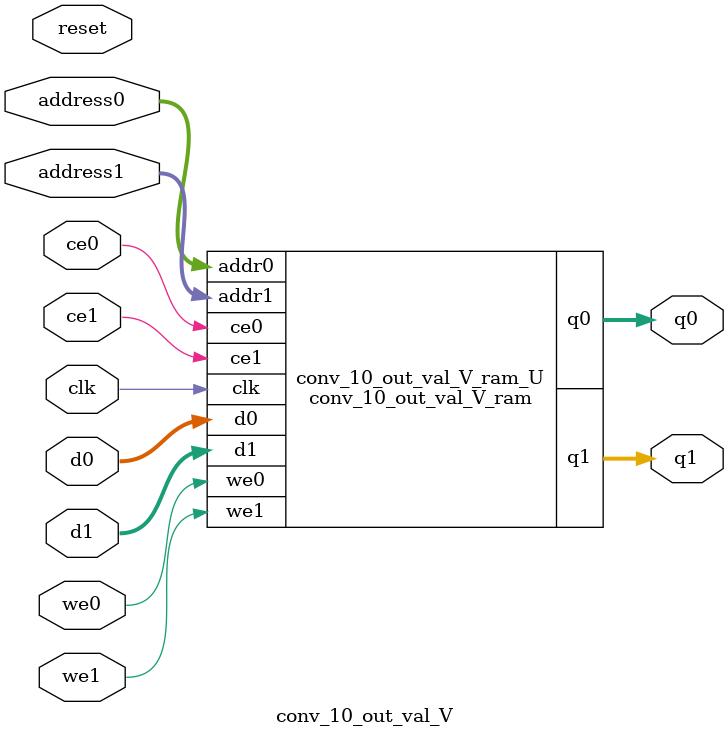
<source format=v>

`timescale 1 ns / 1 ps
module conv_10_out_val_V_ram (addr0, ce0, d0, we0, q0, addr1, ce1, d1, we1, q1,  clk);

parameter DWIDTH = 16;
parameter AWIDTH = 5;
parameter MEM_SIZE = 32;

input[AWIDTH-1:0] addr0;
input ce0;
input[DWIDTH-1:0] d0;
input we0;
output reg[DWIDTH-1:0] q0;
input[AWIDTH-1:0] addr1;
input ce1;
input[DWIDTH-1:0] d1;
input we1;
output reg[DWIDTH-1:0] q1;
input clk;

(* ram_style = "block" *)reg [DWIDTH-1:0] ram[0:MEM_SIZE-1];




always @(posedge clk)  
begin 
    if (ce0) 
    begin
        if (we0) 
        begin 
            ram[addr0] <= d0; 
            q0 <= d0;
        end 
        else 
            q0 <= ram[addr0];
    end
end


always @(posedge clk)  
begin 
    if (ce1) 
    begin
        if (we1) 
        begin 
            ram[addr1] <= d1; 
            q1 <= d1;
        end 
        else 
            q1 <= ram[addr1];
    end
end


endmodule


`timescale 1 ns / 1 ps
module conv_10_out_val_V(
    reset,
    clk,
    address0,
    ce0,
    we0,
    d0,
    q0,
    address1,
    ce1,
    we1,
    d1,
    q1);

parameter DataWidth = 32'd16;
parameter AddressRange = 32'd32;
parameter AddressWidth = 32'd5;
input reset;
input clk;
input[AddressWidth - 1:0] address0;
input ce0;
input we0;
input[DataWidth - 1:0] d0;
output[DataWidth - 1:0] q0;
input[AddressWidth - 1:0] address1;
input ce1;
input we1;
input[DataWidth - 1:0] d1;
output[DataWidth - 1:0] q1;



conv_10_out_val_V_ram conv_10_out_val_V_ram_U(
    .clk( clk ),
    .addr0( address0 ),
    .ce0( ce0 ),
    .d0( d0 ),
    .we0( we0 ),
    .q0( q0 ),
    .addr1( address1 ),
    .ce1( ce1 ),
    .d1( d1 ),
    .we1( we1 ),
    .q1( q1 ));

endmodule


</source>
